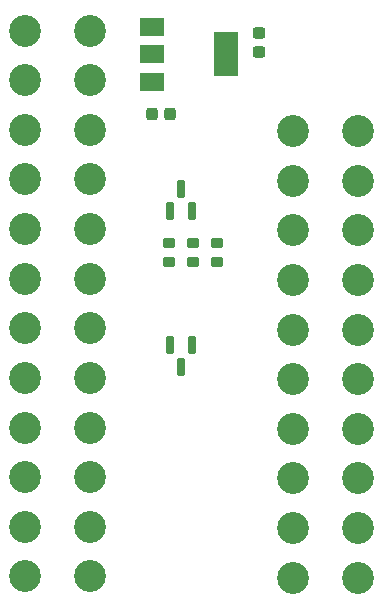
<source format=gbr>
%TF.GenerationSoftware,KiCad,Pcbnew,(6.0.7)*%
%TF.CreationDate,2023-01-08T00:03:09+11:00*%
%TF.ProjectId,Xbox_ATX,58626f78-5f41-4545-982e-6b696361645f,rev?*%
%TF.SameCoordinates,Original*%
%TF.FileFunction,Soldermask,Top*%
%TF.FilePolarity,Negative*%
%FSLAX46Y46*%
G04 Gerber Fmt 4.6, Leading zero omitted, Abs format (unit mm)*
G04 Created by KiCad (PCBNEW (6.0.7)) date 2023-01-08 00:03:09*
%MOMM*%
%LPD*%
G01*
G04 APERTURE LIST*
G04 Aperture macros list*
%AMRoundRect*
0 Rectangle with rounded corners*
0 $1 Rounding radius*
0 $2 $3 $4 $5 $6 $7 $8 $9 X,Y pos of 4 corners*
0 Add a 4 corners polygon primitive as box body*
4,1,4,$2,$3,$4,$5,$6,$7,$8,$9,$2,$3,0*
0 Add four circle primitives for the rounded corners*
1,1,$1+$1,$2,$3*
1,1,$1+$1,$4,$5*
1,1,$1+$1,$6,$7*
1,1,$1+$1,$8,$9*
0 Add four rect primitives between the rounded corners*
20,1,$1+$1,$2,$3,$4,$5,0*
20,1,$1+$1,$4,$5,$6,$7,0*
20,1,$1+$1,$6,$7,$8,$9,0*
20,1,$1+$1,$8,$9,$2,$3,0*%
G04 Aperture macros list end*
%ADD10RoundRect,0.250000X-0.250000X-0.275000X0.250000X-0.275000X0.250000X0.275000X-0.250000X0.275000X0*%
%ADD11C,2.700000*%
%ADD12RoundRect,0.175000X-0.175000X0.625000X-0.175000X-0.625000X0.175000X-0.625000X0.175000X0.625000X0*%
%ADD13RoundRect,0.225000X0.275000X-0.225000X0.275000X0.225000X-0.275000X0.225000X-0.275000X-0.225000X0*%
%ADD14RoundRect,0.175000X0.175000X-0.625000X0.175000X0.625000X-0.175000X0.625000X-0.175000X-0.625000X0*%
%ADD15RoundRect,0.250000X-0.275000X0.250000X-0.275000X-0.250000X0.275000X-0.250000X0.275000X0.250000X0*%
%ADD16RoundRect,0.225000X-0.275000X0.225000X-0.275000X-0.225000X0.275000X-0.225000X0.275000X0.225000X0*%
%ADD17R,2.000000X1.500000*%
%ADD18R,2.000000X3.800000*%
G04 APERTURE END LIST*
D10*
%TO.C,C1*%
X160057800Y-83820000D03*
X161607800Y-83820000D03*
%TD*%
D11*
%TO.C,J1*%
X149352000Y-122936000D03*
X149352000Y-118736000D03*
X149352000Y-114536000D03*
X149352000Y-110336000D03*
X149352000Y-106136000D03*
X149352000Y-101936000D03*
X149352000Y-97736000D03*
X149352000Y-93536000D03*
X149352000Y-89336000D03*
X149352000Y-85136000D03*
X149352000Y-80936000D03*
X149352000Y-76736000D03*
X154852000Y-122936000D03*
X154852000Y-118736000D03*
X154852000Y-114536000D03*
X154852000Y-110336000D03*
X154852000Y-106136000D03*
X154852000Y-101936000D03*
X154852000Y-97736000D03*
X154852000Y-93536000D03*
X154852000Y-89336000D03*
X154852000Y-85136000D03*
X154852000Y-80936000D03*
X154852000Y-76736000D03*
%TD*%
%TO.C,J2*%
X172010000Y-123040000D03*
X172010000Y-118840000D03*
X172010000Y-114640000D03*
X172010000Y-110440000D03*
X172010000Y-106240000D03*
X172010000Y-102040000D03*
X172010000Y-97840000D03*
X172010000Y-93640000D03*
X172010000Y-89440000D03*
X172010000Y-85240000D03*
X177510000Y-123040000D03*
X177510000Y-118840000D03*
X177510000Y-114640000D03*
X177510000Y-110440000D03*
X177510000Y-106240000D03*
X177510000Y-102040000D03*
X177510000Y-97840000D03*
X177510000Y-93640000D03*
X177510000Y-89440000D03*
X177510000Y-85240000D03*
%TD*%
D12*
%TO.C,Q1*%
X163510000Y-103329500D03*
X161610000Y-103329500D03*
X162560000Y-105204500D03*
%TD*%
D13*
%TO.C,R1*%
X165608000Y-96329000D03*
X165608000Y-94679000D03*
%TD*%
D14*
%TO.C,Q2*%
X161610000Y-92045000D03*
X163510000Y-92045000D03*
X162560000Y-90170000D03*
%TD*%
D13*
%TO.C,R3*%
X161544000Y-96329000D03*
X161544000Y-94679000D03*
%TD*%
D15*
%TO.C,C2*%
X169164000Y-76949000D03*
X169164000Y-78499000D03*
%TD*%
D16*
%TO.C,R2*%
X163576000Y-94679000D03*
X163576000Y-96329000D03*
%TD*%
D17*
%TO.C,U1*%
X160070000Y-76440000D03*
D18*
X166370000Y-78740000D03*
D17*
X160070000Y-78740000D03*
X160070000Y-81040000D03*
%TD*%
M02*

</source>
